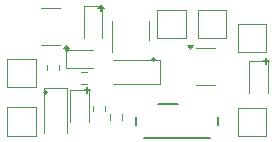
<source format=gbr>
%TF.GenerationSoftware,KiCad,Pcbnew,8.0.7*%
%TF.CreationDate,2025-01-11T15:19:25-09:00*%
%TF.ProjectId,wearable_battery_board,77656172-6162-46c6-955f-626174746572,rev?*%
%TF.SameCoordinates,Original*%
%TF.FileFunction,Legend,Top*%
%TF.FilePolarity,Positive*%
%FSLAX46Y46*%
G04 Gerber Fmt 4.6, Leading zero omitted, Abs format (unit mm)*
G04 Created by KiCad (PCBNEW 8.0.7) date 2025-01-11 15:19:25*
%MOMM*%
%LPD*%
G01*
G04 APERTURE LIST*
%ADD10C,0.150000*%
%ADD11C,0.120000*%
%ADD12C,0.152400*%
G04 APERTURE END LIST*
D10*
X151222884Y-79705200D02*
G75*
G02*
X150935516Y-79705200I-143684J0D01*
G01*
X150935516Y-79705200D02*
G75*
G02*
X151222884Y-79705200I143684J0D01*
G01*
X146405600Y-75285600D02*
X146913600Y-75285600D01*
X160629600Y-79552800D02*
X160629600Y-80060800D01*
X146659600Y-75031600D02*
X146659600Y-75539600D01*
X145491200Y-82042000D02*
X145491200Y-82550000D01*
X160375600Y-79806800D02*
X160883600Y-79806800D01*
X142078884Y-82499200D02*
G75*
G02*
X141791516Y-82499200I-143684J0D01*
G01*
X141791516Y-82499200D02*
G75*
G02*
X142078884Y-82499200I143684J0D01*
G01*
X143907684Y-78892400D02*
G75*
G02*
X143620316Y-78892400I-143684J0D01*
G01*
X143620316Y-78892400D02*
G75*
G02*
X143907684Y-78892400I143684J0D01*
G01*
X145237200Y-82296000D02*
X145745200Y-82296000D01*
D11*
%TO.C,TP3*%
X151403200Y-75457200D02*
X153803200Y-75457200D01*
X151403200Y-77857200D02*
X151403200Y-75457200D01*
X153803200Y-75457200D02*
X153803200Y-77857200D01*
X153803200Y-77857200D02*
X151403200Y-77857200D01*
%TO.C,C1*%
X144045800Y-82262400D02*
X144045800Y-84972400D01*
X145615800Y-82262400D02*
X144045800Y-82262400D01*
X145615800Y-84972400D02*
X145615800Y-82262400D01*
%TO.C,R1*%
X144949142Y-80757500D02*
X145423658Y-80757500D01*
X144949142Y-81802500D02*
X145423658Y-81802500D01*
%TO.C,R5*%
X145933900Y-83582742D02*
X145933900Y-84057258D01*
X146978900Y-83582742D02*
X146978900Y-84057258D01*
%TO.C,C5*%
X159184200Y-79824000D02*
X159184200Y-82534000D01*
X160754200Y-79824000D02*
X159184200Y-79824000D01*
X160754200Y-82534000D02*
X160754200Y-79824000D01*
%TO.C,D2*%
X143701400Y-78919400D02*
X143701400Y-80389400D01*
X143701400Y-80389400D02*
X145986400Y-80389400D01*
X145986400Y-78919400D02*
X143701400Y-78919400D01*
%TO.C,TP4*%
X154830000Y-75460000D02*
X157230000Y-75460000D01*
X154830000Y-77860000D02*
X154830000Y-75460000D01*
X157230000Y-75460000D02*
X157230000Y-77860000D01*
X157230000Y-77860000D02*
X154830000Y-77860000D01*
%TO.C,U1*%
X142372500Y-75351200D02*
X141572500Y-75351200D01*
X142372500Y-75351200D02*
X143172500Y-75351200D01*
X142372500Y-78471200D02*
X141572500Y-78471200D01*
X142372500Y-78471200D02*
X143172500Y-78471200D01*
X143912500Y-78751200D02*
X143432500Y-78751200D01*
X143672500Y-78421200D01*
X143912500Y-78751200D01*
G36*
X143912500Y-78751200D02*
G01*
X143432500Y-78751200D01*
X143672500Y-78421200D01*
X143912500Y-78751200D01*
G37*
D12*
%TO.C,SW1*%
X149580600Y-85202259D02*
X149580600Y-84580541D01*
X151498737Y-83464400D02*
X153122060Y-83464400D01*
X155882340Y-86309199D02*
X150238460Y-86309199D01*
X156540200Y-84580541D02*
X156540200Y-85202259D01*
D11*
%TO.C,U2*%
X155448000Y-78754800D02*
X154648000Y-78754800D01*
X155448000Y-78754800D02*
X156248000Y-78754800D01*
X155448000Y-81874800D02*
X154648000Y-81874800D01*
X155448000Y-81874800D02*
X156248000Y-81874800D01*
X154148000Y-78804800D02*
X153908000Y-78474800D01*
X154388000Y-78474800D01*
X154148000Y-78804800D01*
G36*
X154148000Y-78804800D02*
G01*
X153908000Y-78474800D01*
X154388000Y-78474800D01*
X154148000Y-78804800D01*
G37*
%TO.C,R6*%
X147407100Y-84768458D02*
X147407100Y-84293942D01*
X148452100Y-84768458D02*
X148452100Y-84293942D01*
%TO.C,Q1*%
X147538000Y-77216000D02*
X147538000Y-76416000D01*
X147538000Y-77216000D02*
X147538000Y-79016000D01*
X150658000Y-77216000D02*
X150658000Y-76416000D01*
X150658000Y-77216000D02*
X150658000Y-78016000D01*
%TO.C,TP2*%
X138703200Y-83737600D02*
X141103200Y-83737600D01*
X138703200Y-86137600D02*
X138703200Y-83737600D01*
X141103200Y-83737600D02*
X141103200Y-86137600D01*
X141103200Y-86137600D02*
X138703200Y-86137600D01*
%TO.C,D3*%
X151661200Y-79721200D02*
X147651200Y-79721200D01*
X151661200Y-81721200D02*
X147651200Y-81721200D01*
X151661200Y-81721200D02*
X151661200Y-79721200D01*
%TO.C,TP6*%
X158210400Y-83788400D02*
X160610400Y-83788400D01*
X158210400Y-86188400D02*
X158210400Y-83788400D01*
X160610400Y-83788400D02*
X160610400Y-86188400D01*
X160610400Y-86188400D02*
X158210400Y-86188400D01*
%TO.C,R2*%
X142022300Y-80128342D02*
X142022300Y-80602858D01*
X143067300Y-80128342D02*
X143067300Y-80602858D01*
%TO.C,C2*%
X145163400Y-75150400D02*
X145163400Y-77860400D01*
X146733400Y-75150400D02*
X145163400Y-75150400D01*
X146733400Y-77860400D02*
X146733400Y-75150400D01*
%TO.C,TP5*%
X158230000Y-76670000D02*
X160630000Y-76670000D01*
X158230000Y-79070000D02*
X158230000Y-76670000D01*
X160630000Y-76670000D02*
X160630000Y-79070000D01*
X160630000Y-79070000D02*
X158230000Y-79070000D01*
%TO.C,TP1*%
X138703200Y-79622800D02*
X141103200Y-79622800D01*
X138703200Y-82022800D02*
X138703200Y-79622800D01*
X141103200Y-79622800D02*
X141103200Y-82022800D01*
X141103200Y-82022800D02*
X138703200Y-82022800D01*
%TO.C,D1*%
X141798800Y-82067200D02*
X141798800Y-85927200D01*
X143798800Y-82067200D02*
X141798800Y-82067200D01*
X143798800Y-82067200D02*
X143798800Y-85927200D01*
%TD*%
M02*

</source>
